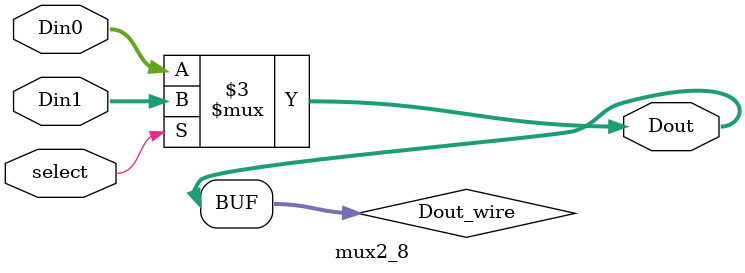
<source format=sv>
module mux2_8 (input [7:0] Din0, Din1,
				   input select,
				   output [7:0] Dout);
				 
logic [7:0] Dout_wire;
assign Dout = Dout_wire;
always @ (Din0 or Din1 or select)		// inputs to mux
begin
	case(select)								// select truth table
	1'b0		:Dout_wire = Din0; 
	default  	:Dout_wire = Din1; 
	endcase
end
endmodule 
</source>
